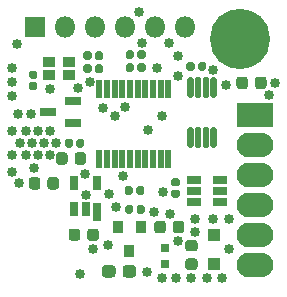
<source format=gbr>
%TF.GenerationSoftware,KiCad,Pcbnew,(5.1.6)-1*%
%TF.CreationDate,2021-08-06T10:58:56-04:00*%
%TF.ProjectId,RemoteTemp - MSP430 - RS422,52656d6f-7465-4546-956d-70202d204d53,rev?*%
%TF.SameCoordinates,Original*%
%TF.FileFunction,Soldermask,Top*%
%TF.FilePolarity,Negative*%
%FSLAX46Y46*%
G04 Gerber Fmt 4.6, Leading zero omitted, Abs format (unit mm)*
G04 Created by KiCad (PCBNEW (5.1.6)-1) date 2021-08-06 10:58:56*
%MOMM*%
%LPD*%
G01*
G04 APERTURE LIST*
%ADD10R,0.800000X0.700000*%
%ADD11C,5.100000*%
%ADD12R,0.750000X1.160000*%
%ADD13R,0.750000X1.500000*%
%ADD14R,1.100000X0.900000*%
%ADD15R,0.550000X1.550000*%
%ADD16R,0.900000X1.000000*%
%ADD17R,3.100000X2.100000*%
%ADD18O,3.100000X2.100000*%
%ADD19R,1.160000X0.750000*%
%ADD20R,1.440000X0.740000*%
%ADD21R,1.100000X1.100000*%
%ADD22R,1.800000X1.800000*%
%ADD23O,1.800000X1.800000*%
%ADD24C,0.850000*%
G04 APERTURE END LIST*
%TO.C,C1*%
G36*
G01*
X143325000Y-87497500D02*
X143325000Y-87102500D01*
G75*
G02*
X143497500Y-86930000I172500J0D01*
G01*
X143842500Y-86930000D01*
G75*
G02*
X144015000Y-87102500I0J-172500D01*
G01*
X144015000Y-87497500D01*
G75*
G02*
X143842500Y-87670000I-172500J0D01*
G01*
X143497500Y-87670000D01*
G75*
G02*
X143325000Y-87497500I0J172500D01*
G01*
G37*
G36*
G01*
X142355000Y-87497500D02*
X142355000Y-87102500D01*
G75*
G02*
X142527500Y-86930000I172500J0D01*
G01*
X142872500Y-86930000D01*
G75*
G02*
X143045000Y-87102500I0J-172500D01*
G01*
X143045000Y-87497500D01*
G75*
G02*
X142872500Y-87670000I-172500J0D01*
G01*
X142527500Y-87670000D01*
G75*
G02*
X142355000Y-87497500I0J172500D01*
G01*
G37*
%TD*%
%TO.C,C2*%
G36*
G01*
X147485000Y-88497500D02*
X147485000Y-88102500D01*
G75*
G02*
X147657500Y-87930000I172500J0D01*
G01*
X148002500Y-87930000D01*
G75*
G02*
X148175000Y-88102500I0J-172500D01*
G01*
X148175000Y-88497500D01*
G75*
G02*
X148002500Y-88670000I-172500J0D01*
G01*
X147657500Y-88670000D01*
G75*
G02*
X147485000Y-88497500I0J172500D01*
G01*
G37*
G36*
G01*
X148455000Y-88497500D02*
X148455000Y-88102500D01*
G75*
G02*
X148627500Y-87930000I172500J0D01*
G01*
X148972500Y-87930000D01*
G75*
G02*
X149145000Y-88102500I0J-172500D01*
G01*
X149145000Y-88497500D01*
G75*
G02*
X148972500Y-88670000I-172500J0D01*
G01*
X148627500Y-88670000D01*
G75*
G02*
X148455000Y-88497500I0J172500D01*
G01*
G37*
%TD*%
%TO.C,C4*%
G36*
G01*
X138845000Y-94602500D02*
X138845000Y-94997500D01*
G75*
G02*
X138672500Y-95170000I-172500J0D01*
G01*
X138327500Y-95170000D01*
G75*
G02*
X138155000Y-94997500I0J172500D01*
G01*
X138155000Y-94602500D01*
G75*
G02*
X138327500Y-94430000I172500J0D01*
G01*
X138672500Y-94430000D01*
G75*
G02*
X138845000Y-94602500I0J-172500D01*
G01*
G37*
G36*
G01*
X137875000Y-94602500D02*
X137875000Y-94997500D01*
G75*
G02*
X137702500Y-95170000I-172500J0D01*
G01*
X137357500Y-95170000D01*
G75*
G02*
X137185000Y-94997500I0J172500D01*
G01*
X137185000Y-94602500D01*
G75*
G02*
X137357500Y-94430000I172500J0D01*
G01*
X137702500Y-94430000D01*
G75*
G02*
X137875000Y-94602500I0J-172500D01*
G01*
G37*
%TD*%
%TO.C,C5*%
G36*
G01*
X139087500Y-102831250D02*
X139087500Y-102268750D01*
G75*
G02*
X139331250Y-102025000I243750J0D01*
G01*
X139818750Y-102025000D01*
G75*
G02*
X140062500Y-102268750I0J-243750D01*
G01*
X140062500Y-102831250D01*
G75*
G02*
X139818750Y-103075000I-243750J0D01*
G01*
X139331250Y-103075000D01*
G75*
G02*
X139087500Y-102831250I0J243750D01*
G01*
G37*
G36*
G01*
X137512500Y-102831250D02*
X137512500Y-102268750D01*
G75*
G02*
X137756250Y-102025000I243750J0D01*
G01*
X138243750Y-102025000D01*
G75*
G02*
X138487500Y-102268750I0J-243750D01*
G01*
X138487500Y-102831250D01*
G75*
G02*
X138243750Y-103075000I-243750J0D01*
G01*
X137756250Y-103075000D01*
G75*
G02*
X137512500Y-102831250I0J243750D01*
G01*
G37*
%TD*%
%TO.C,C6*%
G36*
G01*
X135112500Y-97918750D02*
X135112500Y-98481250D01*
G75*
G02*
X134868750Y-98725000I-243750J0D01*
G01*
X134381250Y-98725000D01*
G75*
G02*
X134137500Y-98481250I0J243750D01*
G01*
X134137500Y-97918750D01*
G75*
G02*
X134381250Y-97675000I243750J0D01*
G01*
X134868750Y-97675000D01*
G75*
G02*
X135112500Y-97918750I0J-243750D01*
G01*
G37*
G36*
G01*
X136687500Y-97918750D02*
X136687500Y-98481250D01*
G75*
G02*
X136443750Y-98725000I-243750J0D01*
G01*
X135956250Y-98725000D01*
G75*
G02*
X135712500Y-98481250I0J243750D01*
G01*
X135712500Y-97918750D01*
G75*
G02*
X135956250Y-97675000I243750J0D01*
G01*
X136443750Y-97675000D01*
G75*
G02*
X136687500Y-97918750I0J-243750D01*
G01*
G37*
%TD*%
%TO.C,C8*%
G36*
G01*
X151712500Y-89981250D02*
X151712500Y-89418750D01*
G75*
G02*
X151956250Y-89175000I243750J0D01*
G01*
X152443750Y-89175000D01*
G75*
G02*
X152687500Y-89418750I0J-243750D01*
G01*
X152687500Y-89981250D01*
G75*
G02*
X152443750Y-90225000I-243750J0D01*
G01*
X151956250Y-90225000D01*
G75*
G02*
X151712500Y-89981250I0J243750D01*
G01*
G37*
G36*
G01*
X153287500Y-89981250D02*
X153287500Y-89418750D01*
G75*
G02*
X153531250Y-89175000I243750J0D01*
G01*
X154018750Y-89175000D01*
G75*
G02*
X154262500Y-89418750I0J-243750D01*
G01*
X154262500Y-89981250D01*
G75*
G02*
X154018750Y-90225000I-243750J0D01*
G01*
X153531250Y-90225000D01*
G75*
G02*
X153287500Y-89981250I0J243750D01*
G01*
G37*
%TD*%
D10*
%TO.C,D1*%
X145650000Y-105050000D03*
X145650000Y-103650000D03*
%TD*%
D11*
%TO.C,H1*%
X152000000Y-86000000D03*
%TD*%
%TO.C,R1*%
G36*
G01*
X144015000Y-88202500D02*
X144015000Y-88597500D01*
G75*
G02*
X143842500Y-88770000I-172500J0D01*
G01*
X143497500Y-88770000D01*
G75*
G02*
X143325000Y-88597500I0J172500D01*
G01*
X143325000Y-88202500D01*
G75*
G02*
X143497500Y-88030000I172500J0D01*
G01*
X143842500Y-88030000D01*
G75*
G02*
X144015000Y-88202500I0J-172500D01*
G01*
G37*
G36*
G01*
X143045000Y-88202500D02*
X143045000Y-88597500D01*
G75*
G02*
X142872500Y-88770000I-172500J0D01*
G01*
X142527500Y-88770000D01*
G75*
G02*
X142355000Y-88597500I0J172500D01*
G01*
X142355000Y-88202500D01*
G75*
G02*
X142527500Y-88030000I172500J0D01*
G01*
X142872500Y-88030000D01*
G75*
G02*
X143045000Y-88202500I0J-172500D01*
G01*
G37*
%TD*%
%TO.C,U1*%
G36*
G01*
X147962500Y-95175000D02*
X147687500Y-95175000D01*
G75*
G02*
X147550000Y-95037500I0J137500D01*
G01*
X147550000Y-93587500D01*
G75*
G02*
X147687500Y-93450000I137500J0D01*
G01*
X147962500Y-93450000D01*
G75*
G02*
X148100000Y-93587500I0J-137500D01*
G01*
X148100000Y-95037500D01*
G75*
G02*
X147962500Y-95175000I-137500J0D01*
G01*
G37*
G36*
G01*
X148612500Y-95175000D02*
X148337500Y-95175000D01*
G75*
G02*
X148200000Y-95037500I0J137500D01*
G01*
X148200000Y-93587500D01*
G75*
G02*
X148337500Y-93450000I137500J0D01*
G01*
X148612500Y-93450000D01*
G75*
G02*
X148750000Y-93587500I0J-137500D01*
G01*
X148750000Y-95037500D01*
G75*
G02*
X148612500Y-95175000I-137500J0D01*
G01*
G37*
G36*
G01*
X149262500Y-95175000D02*
X148987500Y-95175000D01*
G75*
G02*
X148850000Y-95037500I0J137500D01*
G01*
X148850000Y-93587500D01*
G75*
G02*
X148987500Y-93450000I137500J0D01*
G01*
X149262500Y-93450000D01*
G75*
G02*
X149400000Y-93587500I0J-137500D01*
G01*
X149400000Y-95037500D01*
G75*
G02*
X149262500Y-95175000I-137500J0D01*
G01*
G37*
G36*
G01*
X149912500Y-95175000D02*
X149637500Y-95175000D01*
G75*
G02*
X149500000Y-95037500I0J137500D01*
G01*
X149500000Y-93587500D01*
G75*
G02*
X149637500Y-93450000I137500J0D01*
G01*
X149912500Y-93450000D01*
G75*
G02*
X150050000Y-93587500I0J-137500D01*
G01*
X150050000Y-95037500D01*
G75*
G02*
X149912500Y-95175000I-137500J0D01*
G01*
G37*
G36*
G01*
X149912500Y-90950000D02*
X149637500Y-90950000D01*
G75*
G02*
X149500000Y-90812500I0J137500D01*
G01*
X149500000Y-89362500D01*
G75*
G02*
X149637500Y-89225000I137500J0D01*
G01*
X149912500Y-89225000D01*
G75*
G02*
X150050000Y-89362500I0J-137500D01*
G01*
X150050000Y-90812500D01*
G75*
G02*
X149912500Y-90950000I-137500J0D01*
G01*
G37*
G36*
G01*
X149262500Y-90950000D02*
X148987500Y-90950000D01*
G75*
G02*
X148850000Y-90812500I0J137500D01*
G01*
X148850000Y-89362500D01*
G75*
G02*
X148987500Y-89225000I137500J0D01*
G01*
X149262500Y-89225000D01*
G75*
G02*
X149400000Y-89362500I0J-137500D01*
G01*
X149400000Y-90812500D01*
G75*
G02*
X149262500Y-90950000I-137500J0D01*
G01*
G37*
G36*
G01*
X148612500Y-90950000D02*
X148337500Y-90950000D01*
G75*
G02*
X148200000Y-90812500I0J137500D01*
G01*
X148200000Y-89362500D01*
G75*
G02*
X148337500Y-89225000I137500J0D01*
G01*
X148612500Y-89225000D01*
G75*
G02*
X148750000Y-89362500I0J-137500D01*
G01*
X148750000Y-90812500D01*
G75*
G02*
X148612500Y-90950000I-137500J0D01*
G01*
G37*
G36*
G01*
X147962500Y-90950000D02*
X147687500Y-90950000D01*
G75*
G02*
X147550000Y-90812500I0J137500D01*
G01*
X147550000Y-89362500D01*
G75*
G02*
X147687500Y-89225000I137500J0D01*
G01*
X147962500Y-89225000D01*
G75*
G02*
X148100000Y-89362500I0J-137500D01*
G01*
X148100000Y-90812500D01*
G75*
G02*
X147962500Y-90950000I-137500J0D01*
G01*
G37*
%TD*%
D12*
%TO.C,U3*%
X138000000Y-98200000D03*
X139900000Y-98200000D03*
D13*
X139900000Y-100600000D03*
D12*
X138950000Y-100400000D03*
X138000000Y-100400000D03*
%TD*%
%TO.C,C11*%
G36*
G01*
X148181250Y-105537500D02*
X147618750Y-105537500D01*
G75*
G02*
X147375000Y-105293750I0J243750D01*
G01*
X147375000Y-104806250D01*
G75*
G02*
X147618750Y-104562500I243750J0D01*
G01*
X148181250Y-104562500D01*
G75*
G02*
X148425000Y-104806250I0J-243750D01*
G01*
X148425000Y-105293750D01*
G75*
G02*
X148181250Y-105537500I-243750J0D01*
G01*
G37*
G36*
G01*
X148181250Y-103962500D02*
X147618750Y-103962500D01*
G75*
G02*
X147375000Y-103718750I0J243750D01*
G01*
X147375000Y-103231250D01*
G75*
G02*
X147618750Y-102987500I243750J0D01*
G01*
X148181250Y-102987500D01*
G75*
G02*
X148425000Y-103231250I0J-243750D01*
G01*
X148425000Y-103718750D01*
G75*
G02*
X148181250Y-103962500I-243750J0D01*
G01*
G37*
%TD*%
%TO.C,C12*%
G36*
G01*
X138987500Y-95818750D02*
X138987500Y-96381250D01*
G75*
G02*
X138743750Y-96625000I-243750J0D01*
G01*
X138256250Y-96625000D01*
G75*
G02*
X138012500Y-96381250I0J243750D01*
G01*
X138012500Y-95818750D01*
G75*
G02*
X138256250Y-95575000I243750J0D01*
G01*
X138743750Y-95575000D01*
G75*
G02*
X138987500Y-95818750I0J-243750D01*
G01*
G37*
G36*
G01*
X137412500Y-95818750D02*
X137412500Y-96381250D01*
G75*
G02*
X137168750Y-96625000I-243750J0D01*
G01*
X136681250Y-96625000D01*
G75*
G02*
X136437500Y-96381250I0J243750D01*
G01*
X136437500Y-95818750D01*
G75*
G02*
X136681250Y-95575000I243750J0D01*
G01*
X137168750Y-95575000D01*
G75*
G02*
X137412500Y-95818750I0J-243750D01*
G01*
G37*
%TD*%
D14*
%TO.C,D3*%
X135850000Y-89000000D03*
X135850000Y-87950000D03*
X137500000Y-87950000D03*
X137500000Y-89000000D03*
%TD*%
%TO.C,R4*%
G36*
G01*
X140415000Y-88302500D02*
X140415000Y-88697500D01*
G75*
G02*
X140242500Y-88870000I-172500J0D01*
G01*
X139897500Y-88870000D01*
G75*
G02*
X139725000Y-88697500I0J172500D01*
G01*
X139725000Y-88302500D01*
G75*
G02*
X139897500Y-88130000I172500J0D01*
G01*
X140242500Y-88130000D01*
G75*
G02*
X140415000Y-88302500I0J-172500D01*
G01*
G37*
G36*
G01*
X139445000Y-88302500D02*
X139445000Y-88697500D01*
G75*
G02*
X139272500Y-88870000I-172500J0D01*
G01*
X138927500Y-88870000D01*
G75*
G02*
X138755000Y-88697500I0J172500D01*
G01*
X138755000Y-88302500D01*
G75*
G02*
X138927500Y-88130000I172500J0D01*
G01*
X139272500Y-88130000D01*
G75*
G02*
X139445000Y-88302500I0J-172500D01*
G01*
G37*
%TD*%
%TO.C,R5*%
G36*
G01*
X134697500Y-90315000D02*
X134302500Y-90315000D01*
G75*
G02*
X134130000Y-90142500I0J172500D01*
G01*
X134130000Y-89797500D01*
G75*
G02*
X134302500Y-89625000I172500J0D01*
G01*
X134697500Y-89625000D01*
G75*
G02*
X134870000Y-89797500I0J-172500D01*
G01*
X134870000Y-90142500D01*
G75*
G02*
X134697500Y-90315000I-172500J0D01*
G01*
G37*
G36*
G01*
X134697500Y-89345000D02*
X134302500Y-89345000D01*
G75*
G02*
X134130000Y-89172500I0J172500D01*
G01*
X134130000Y-88827500D01*
G75*
G02*
X134302500Y-88655000I172500J0D01*
G01*
X134697500Y-88655000D01*
G75*
G02*
X134870000Y-88827500I0J-172500D01*
G01*
X134870000Y-89172500D01*
G75*
G02*
X134697500Y-89345000I-172500J0D01*
G01*
G37*
%TD*%
%TO.C,R6*%
G36*
G01*
X139445000Y-87202500D02*
X139445000Y-87597500D01*
G75*
G02*
X139272500Y-87770000I-172500J0D01*
G01*
X138927500Y-87770000D01*
G75*
G02*
X138755000Y-87597500I0J172500D01*
G01*
X138755000Y-87202500D01*
G75*
G02*
X138927500Y-87030000I172500J0D01*
G01*
X139272500Y-87030000D01*
G75*
G02*
X139445000Y-87202500I0J-172500D01*
G01*
G37*
G36*
G01*
X140415000Y-87202500D02*
X140415000Y-87597500D01*
G75*
G02*
X140242500Y-87770000I-172500J0D01*
G01*
X139897500Y-87770000D01*
G75*
G02*
X139725000Y-87597500I0J172500D01*
G01*
X139725000Y-87202500D01*
G75*
G02*
X139897500Y-87030000I172500J0D01*
G01*
X140242500Y-87030000D01*
G75*
G02*
X140415000Y-87202500I0J-172500D01*
G01*
G37*
%TD*%
D15*
%TO.C,U2*%
X140100000Y-96100000D03*
X140750000Y-96100000D03*
X141400000Y-96100000D03*
X142050000Y-96100000D03*
X142700000Y-96100000D03*
X143350000Y-96100000D03*
X144000000Y-96100000D03*
X144650000Y-96100000D03*
X145300000Y-96100000D03*
X145950000Y-96100000D03*
X145950000Y-90200000D03*
X145300000Y-90200000D03*
X144650000Y-90200000D03*
X144000000Y-90200000D03*
X143350000Y-90200000D03*
X142700000Y-90200000D03*
X142050000Y-90200000D03*
X141400000Y-90200000D03*
X140750000Y-90200000D03*
X140100000Y-90200000D03*
%TD*%
%TO.C,C14*%
G36*
G01*
X144762500Y-102181250D02*
X144762500Y-101618750D01*
G75*
G02*
X145006250Y-101375000I243750J0D01*
G01*
X145493750Y-101375000D01*
G75*
G02*
X145737500Y-101618750I0J-243750D01*
G01*
X145737500Y-102181250D01*
G75*
G02*
X145493750Y-102425000I-243750J0D01*
G01*
X145006250Y-102425000D01*
G75*
G02*
X144762500Y-102181250I0J243750D01*
G01*
G37*
G36*
G01*
X146337500Y-102181250D02*
X146337500Y-101618750D01*
G75*
G02*
X146581250Y-101375000I243750J0D01*
G01*
X147068750Y-101375000D01*
G75*
G02*
X147312500Y-101618750I0J-243750D01*
G01*
X147312500Y-102181250D01*
G75*
G02*
X147068750Y-102425000I-243750J0D01*
G01*
X146581250Y-102425000D01*
G75*
G02*
X146337500Y-102181250I0J243750D01*
G01*
G37*
%TD*%
D16*
%TO.C,Q1*%
X143600000Y-101900000D03*
X141700000Y-101900000D03*
X142650000Y-103900000D03*
%TD*%
%TO.C,R11*%
G36*
G01*
X142285000Y-100597500D02*
X142285000Y-100202500D01*
G75*
G02*
X142457500Y-100030000I172500J0D01*
G01*
X142802500Y-100030000D01*
G75*
G02*
X142975000Y-100202500I0J-172500D01*
G01*
X142975000Y-100597500D01*
G75*
G02*
X142802500Y-100770000I-172500J0D01*
G01*
X142457500Y-100770000D01*
G75*
G02*
X142285000Y-100597500I0J172500D01*
G01*
G37*
G36*
G01*
X143255000Y-100597500D02*
X143255000Y-100202500D01*
G75*
G02*
X143427500Y-100030000I172500J0D01*
G01*
X143772500Y-100030000D01*
G75*
G02*
X143945000Y-100202500I0J-172500D01*
G01*
X143945000Y-100597500D01*
G75*
G02*
X143772500Y-100770000I-172500J0D01*
G01*
X143427500Y-100770000D01*
G75*
G02*
X143255000Y-100597500I0J172500D01*
G01*
G37*
%TD*%
%TO.C,C3*%
G36*
G01*
X146352500Y-97770000D02*
X146747500Y-97770000D01*
G75*
G02*
X146920000Y-97942500I0J-172500D01*
G01*
X146920000Y-98287500D01*
G75*
G02*
X146747500Y-98460000I-172500J0D01*
G01*
X146352500Y-98460000D01*
G75*
G02*
X146180000Y-98287500I0J172500D01*
G01*
X146180000Y-97942500D01*
G75*
G02*
X146352500Y-97770000I172500J0D01*
G01*
G37*
G36*
G01*
X146352500Y-98740000D02*
X146747500Y-98740000D01*
G75*
G02*
X146920000Y-98912500I0J-172500D01*
G01*
X146920000Y-99257500D01*
G75*
G02*
X146747500Y-99430000I-172500J0D01*
G01*
X146352500Y-99430000D01*
G75*
G02*
X146180000Y-99257500I0J172500D01*
G01*
X146180000Y-98912500D01*
G75*
G02*
X146352500Y-98740000I172500J0D01*
G01*
G37*
%TD*%
D17*
%TO.C,J1*%
X153300000Y-92400000D03*
D18*
X153300000Y-94940000D03*
X153300000Y-97480000D03*
X153300000Y-100020000D03*
X153300000Y-102560000D03*
X153300000Y-105100000D03*
%TD*%
%TO.C,R2*%
G36*
G01*
X142255000Y-98997500D02*
X142255000Y-98602500D01*
G75*
G02*
X142427500Y-98430000I172500J0D01*
G01*
X142772500Y-98430000D01*
G75*
G02*
X142945000Y-98602500I0J-172500D01*
G01*
X142945000Y-98997500D01*
G75*
G02*
X142772500Y-99170000I-172500J0D01*
G01*
X142427500Y-99170000D01*
G75*
G02*
X142255000Y-98997500I0J172500D01*
G01*
G37*
G36*
G01*
X143225000Y-98997500D02*
X143225000Y-98602500D01*
G75*
G02*
X143397500Y-98430000I172500J0D01*
G01*
X143742500Y-98430000D01*
G75*
G02*
X143915000Y-98602500I0J-172500D01*
G01*
X143915000Y-98997500D01*
G75*
G02*
X143742500Y-99170000I-172500J0D01*
G01*
X143397500Y-99170000D01*
G75*
G02*
X143225000Y-98997500I0J172500D01*
G01*
G37*
%TD*%
%TO.C,R3*%
G36*
G01*
X140325000Y-105912500D02*
X140325000Y-105387500D01*
G75*
G02*
X140587500Y-105125000I262500J0D01*
G01*
X141212500Y-105125000D01*
G75*
G02*
X141475000Y-105387500I0J-262500D01*
G01*
X141475000Y-105912500D01*
G75*
G02*
X141212500Y-106175000I-262500J0D01*
G01*
X140587500Y-106175000D01*
G75*
G02*
X140325000Y-105912500I0J262500D01*
G01*
G37*
G36*
G01*
X142075000Y-105912500D02*
X142075000Y-105387500D01*
G75*
G02*
X142337500Y-105125000I262500J0D01*
G01*
X142962500Y-105125000D01*
G75*
G02*
X143225000Y-105387500I0J-262500D01*
G01*
X143225000Y-105912500D01*
G75*
G02*
X142962500Y-106175000I-262500J0D01*
G01*
X142337500Y-106175000D01*
G75*
G02*
X142075000Y-105912500I0J262500D01*
G01*
G37*
%TD*%
D19*
%TO.C,U4*%
X148100000Y-97900000D03*
X148100000Y-98850000D03*
X148100000Y-99800000D03*
X150300000Y-99800000D03*
X150300000Y-97900000D03*
X150300000Y-98850000D03*
%TD*%
D20*
%TO.C,U5*%
X135800000Y-92150000D03*
X137900000Y-91200000D03*
X137900000Y-93100000D03*
%TD*%
D21*
%TO.C,D2*%
X149800000Y-105050000D03*
X149800000Y-102550000D03*
%TD*%
D22*
%TO.C,J2*%
X134620000Y-85000000D03*
D23*
X137160000Y-85000000D03*
X139700000Y-85000000D03*
X142240000Y-85000000D03*
X144780000Y-85000000D03*
X147320000Y-85000000D03*
%TD*%
D24*
X138950000Y-99200000D03*
X139550000Y-103749996D03*
X134600000Y-96900000D03*
X139300000Y-89600000D03*
X143700000Y-86300000D03*
X150800000Y-89900000D03*
X149700000Y-88600000D03*
X145500000Y-98900000D03*
X140900000Y-99100000D03*
X141500000Y-100200000D03*
X138500000Y-105900000D03*
X133300000Y-98200000D03*
X151100000Y-101200000D03*
X151100000Y-103800000D03*
X149700000Y-101200000D03*
X148200000Y-101200000D03*
X144700000Y-100600000D03*
X146100000Y-100800000D03*
X146800000Y-103100000D03*
X148200000Y-102300000D03*
X144100000Y-105700000D03*
X146000000Y-86300000D03*
X136400000Y-94800000D03*
X135400000Y-94800000D03*
X134400000Y-94800000D03*
X133400000Y-94800000D03*
X132700000Y-93800000D03*
X133900000Y-93800000D03*
X134900000Y-93800000D03*
X135900000Y-93800000D03*
X133900000Y-95800000D03*
X134900000Y-95800000D03*
X135900000Y-95800000D03*
X132700000Y-95800000D03*
X132700000Y-97200000D03*
X134300000Y-92300000D03*
X133200000Y-92300000D03*
X132700000Y-90800000D03*
X132700000Y-89600000D03*
X132700000Y-88400000D03*
X145400000Y-106200000D03*
X146600000Y-106200000D03*
X147900000Y-106200000D03*
X149200000Y-106200000D03*
X150500000Y-106200000D03*
X142300000Y-91700000D03*
X141400000Y-92500000D03*
X140400000Y-91800002D03*
X154500000Y-90700000D03*
X155000000Y-89700008D03*
X140800000Y-103400000D03*
X133100000Y-86400000D03*
X138900000Y-97400000D03*
X142125000Y-97600000D03*
X143500000Y-83700000D03*
X145000000Y-88400000D03*
X135900000Y-90200000D03*
X138300000Y-90100000D03*
X146800000Y-87400000D03*
X146800000Y-89100000D03*
X144200000Y-93700000D03*
X145399997Y-92500005D03*
M02*

</source>
